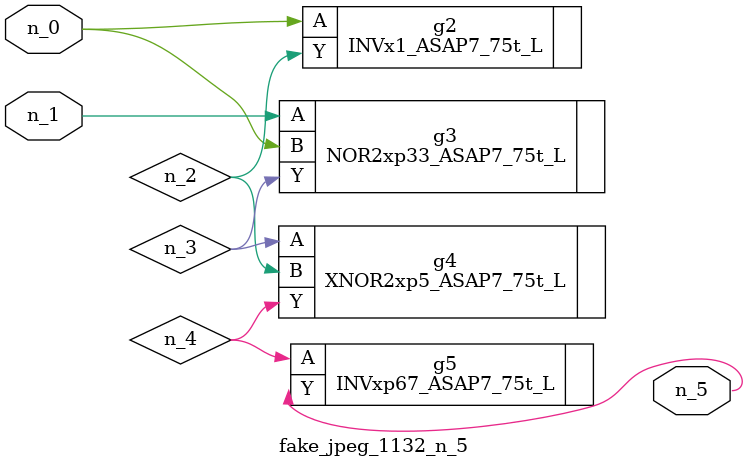
<source format=v>
module fake_jpeg_1132_n_5 (n_0, n_1, n_5);

input n_0;
input n_1;

output n_5;

wire n_2;
wire n_3;
wire n_4;

INVx1_ASAP7_75t_L g2 ( 
.A(n_0),
.Y(n_2)
);

NOR2xp33_ASAP7_75t_L g3 ( 
.A(n_1),
.B(n_0),
.Y(n_3)
);

XNOR2xp5_ASAP7_75t_L g4 ( 
.A(n_3),
.B(n_2),
.Y(n_4)
);

INVxp67_ASAP7_75t_L g5 ( 
.A(n_4),
.Y(n_5)
);


endmodule
</source>
